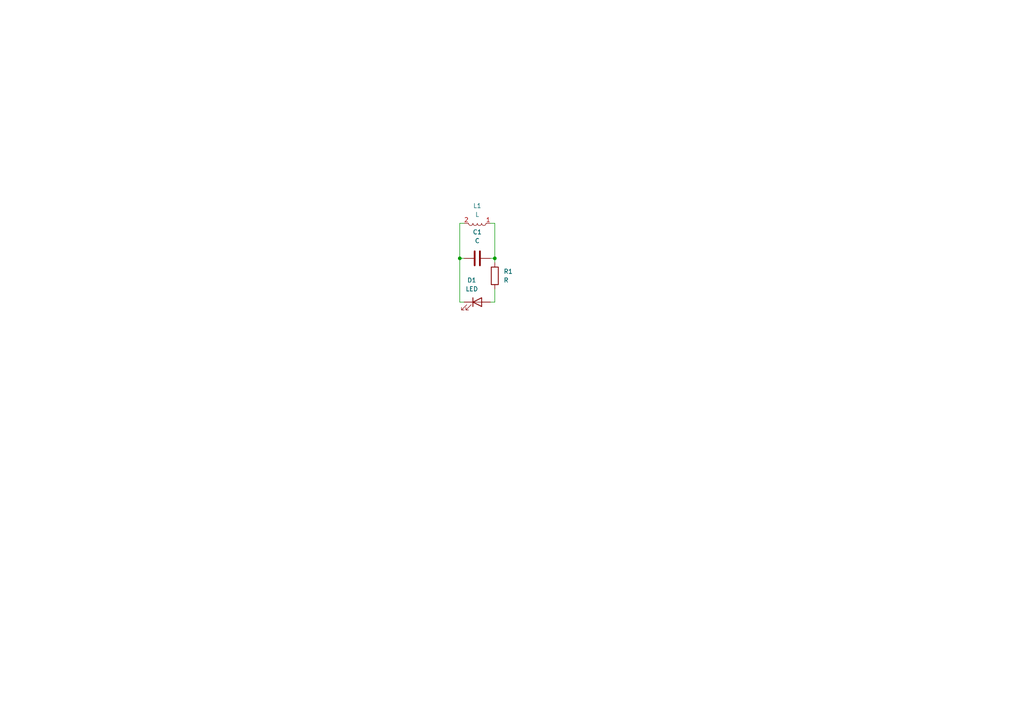
<source format=kicad_sch>
(kicad_sch
	(version 20250114)
	(generator "eeschema")
	(generator_version "9.0")
	(uuid "1b744fc7-4a28-4762-8246-d364d548ede8")
	(paper "A4")
	(lib_symbols
		(symbol "Device:C"
			(pin_numbers
				(hide yes)
			)
			(pin_names
				(offset 0.254)
			)
			(exclude_from_sim no)
			(in_bom yes)
			(on_board yes)
			(property "Reference" "C"
				(at 0.635 2.54 0)
				(effects
					(font
						(size 1.27 1.27)
					)
					(justify left)
				)
			)
			(property "Value" "C"
				(at 0.635 -2.54 0)
				(effects
					(font
						(size 1.27 1.27)
					)
					(justify left)
				)
			)
			(property "Footprint" ""
				(at 0.9652 -3.81 0)
				(effects
					(font
						(size 1.27 1.27)
					)
					(hide yes)
				)
			)
			(property "Datasheet" "~"
				(at 0 0 0)
				(effects
					(font
						(size 1.27 1.27)
					)
					(hide yes)
				)
			)
			(property "Description" "Unpolarized capacitor"
				(at 0 0 0)
				(effects
					(font
						(size 1.27 1.27)
					)
					(hide yes)
				)
			)
			(property "ki_keywords" "cap capacitor"
				(at 0 0 0)
				(effects
					(font
						(size 1.27 1.27)
					)
					(hide yes)
				)
			)
			(property "ki_fp_filters" "C_*"
				(at 0 0 0)
				(effects
					(font
						(size 1.27 1.27)
					)
					(hide yes)
				)
			)
			(symbol "C_0_1"
				(polyline
					(pts
						(xy -2.032 0.762) (xy 2.032 0.762)
					)
					(stroke
						(width 0.508)
						(type default)
					)
					(fill
						(type none)
					)
				)
				(polyline
					(pts
						(xy -2.032 -0.762) (xy 2.032 -0.762)
					)
					(stroke
						(width 0.508)
						(type default)
					)
					(fill
						(type none)
					)
				)
			)
			(symbol "C_1_1"
				(pin passive line
					(at 0 3.81 270)
					(length 2.794)
					(name "~"
						(effects
							(font
								(size 1.27 1.27)
							)
						)
					)
					(number "1"
						(effects
							(font
								(size 1.27 1.27)
							)
						)
					)
				)
				(pin passive line
					(at 0 -3.81 90)
					(length 2.794)
					(name "~"
						(effects
							(font
								(size 1.27 1.27)
							)
						)
					)
					(number "2"
						(effects
							(font
								(size 1.27 1.27)
							)
						)
					)
				)
			)
			(embedded_fonts no)
		)
		(symbol "Device:R"
			(pin_numbers
				(hide yes)
			)
			(pin_names
				(offset 0)
			)
			(exclude_from_sim no)
			(in_bom yes)
			(on_board yes)
			(property "Reference" "R"
				(at 2.032 0 90)
				(effects
					(font
						(size 1.27 1.27)
					)
				)
			)
			(property "Value" "R"
				(at 0 0 90)
				(effects
					(font
						(size 1.27 1.27)
					)
				)
			)
			(property "Footprint" ""
				(at -1.778 0 90)
				(effects
					(font
						(size 1.27 1.27)
					)
					(hide yes)
				)
			)
			(property "Datasheet" "~"
				(at 0 0 0)
				(effects
					(font
						(size 1.27 1.27)
					)
					(hide yes)
				)
			)
			(property "Description" "Resistor"
				(at 0 0 0)
				(effects
					(font
						(size 1.27 1.27)
					)
					(hide yes)
				)
			)
			(property "ki_keywords" "R res resistor"
				(at 0 0 0)
				(effects
					(font
						(size 1.27 1.27)
					)
					(hide yes)
				)
			)
			(property "ki_fp_filters" "R_*"
				(at 0 0 0)
				(effects
					(font
						(size 1.27 1.27)
					)
					(hide yes)
				)
			)
			(symbol "R_0_1"
				(rectangle
					(start -1.016 -2.54)
					(end 1.016 2.54)
					(stroke
						(width 0.254)
						(type default)
					)
					(fill
						(type none)
					)
				)
			)
			(symbol "R_1_1"
				(pin passive line
					(at 0 3.81 270)
					(length 1.27)
					(name "~"
						(effects
							(font
								(size 1.27 1.27)
							)
						)
					)
					(number "1"
						(effects
							(font
								(size 1.27 1.27)
							)
						)
					)
				)
				(pin passive line
					(at 0 -3.81 90)
					(length 1.27)
					(name "~"
						(effects
							(font
								(size 1.27 1.27)
							)
						)
					)
					(number "2"
						(effects
							(font
								(size 1.27 1.27)
							)
						)
					)
				)
			)
			(embedded_fonts no)
		)
		(symbol "coil:L"
			(pin_names
				(offset 1.016)
				(hide yes)
			)
			(exclude_from_sim no)
			(in_bom yes)
			(on_board yes)
			(property "Reference" "L"
				(at 4.064 2.032 0)
				(effects
					(font
						(size 1.27 1.27)
					)
				)
			)
			(property "Value" "L"
				(at -3.556 2.032 0)
				(effects
					(font
						(size 1.27 1.27)
					)
				)
			)
			(property "Footprint" "PCB_BusinessCard_lib:NFC_COIL_36.7x36.7_3uH"
				(at 1.524 -7.874 0)
				(effects
					(font
						(size 1.27 1.27)
					)
					(hide yes)
				)
			)
			(property "Datasheet" "~"
				(at 0 0 90)
				(effects
					(font
						(size 1.27 1.27)
					)
					(hide yes)
				)
			)
			(property "Description" "NFC_COIL_36.7x36.7_3uH"
				(at 0.254 -3.302 0)
				(do_not_autoplace)
				(effects
					(font
						(size 1.27 1.27)
					)
					(hide yes)
				)
			)
			(property "ki_keywords" "inductor choke coil reactor magnetic"
				(at 0 0 0)
				(effects
					(font
						(size 1.27 1.27)
					)
					(hide yes)
				)
			)
			(property "ki_fp_filters" "Choke_* *Coil* Inductor_* L_*"
				(at 0 0 0)
				(effects
					(font
						(size 1.27 1.27)
					)
					(hide yes)
				)
			)
			(symbol "L_0_1"
				(arc
					(start -1.27 0)
					(mid -1.905 -0.6323)
					(end -2.54 0)
					(stroke
						(width 0)
						(type default)
					)
					(fill
						(type none)
					)
				)
				(arc
					(start 0 0)
					(mid -0.635 -0.6323)
					(end -1.27 0)
					(stroke
						(width 0)
						(type default)
					)
					(fill
						(type none)
					)
				)
				(arc
					(start 1.27 0)
					(mid 0.635 -0.6323)
					(end 0 0)
					(stroke
						(width 0)
						(type default)
					)
					(fill
						(type none)
					)
				)
				(arc
					(start 2.54 0)
					(mid 1.905 -0.6323)
					(end 1.27 0)
					(stroke
						(width 0)
						(type default)
					)
					(fill
						(type none)
					)
				)
			)
			(symbol "L_1_1"
				(pin passive line
					(at -3.81 0 0)
					(length 1.27)
					(name "2"
						(effects
							(font
								(size 1.27 1.27)
							)
						)
					)
					(number "2"
						(effects
							(font
								(size 1.27 1.27)
							)
						)
					)
				)
				(pin passive line
					(at 3.81 0 180)
					(length 1.27)
					(name "1"
						(effects
							(font
								(size 1.27 1.27)
							)
						)
					)
					(number "1"
						(effects
							(font
								(size 1.27 1.27)
							)
						)
					)
				)
			)
			(embedded_fonts no)
		)
		(symbol "led:LED"
			(pin_numbers
				(hide yes)
			)
			(pin_names
				(offset 1.016)
				(hide yes)
			)
			(exclude_from_sim no)
			(in_bom yes)
			(on_board yes)
			(property "Reference" "D"
				(at 0 2.54 0)
				(effects
					(font
						(size 1.27 1.27)
					)
				)
			)
			(property "Value" "LED"
				(at 0 -2.54 0)
				(effects
					(font
						(size 1.27 1.27)
					)
				)
			)
			(property "Footprint" ""
				(at 0 0 0)
				(effects
					(font
						(size 1.27 1.27)
					)
					(hide yes)
				)
			)
			(property "Datasheet" "~"
				(at 0 0 0)
				(effects
					(font
						(size 1.27 1.27)
					)
					(hide yes)
				)
			)
			(property "Description" "Light emitting diode"
				(at 0 0 0)
				(effects
					(font
						(size 1.27 1.27)
					)
					(hide yes)
				)
			)
			(property "ki_keywords" "LED diode"
				(at 0 0 0)
				(effects
					(font
						(size 1.27 1.27)
					)
					(hide yes)
				)
			)
			(property "ki_fp_filters" "LED* LED_SMD:* LED_THT:*"
				(at 0 0 0)
				(effects
					(font
						(size 1.27 1.27)
					)
					(hide yes)
				)
			)
			(symbol "LED_0_1"
				(polyline
					(pts
						(xy -3.048 -0.762) (xy -4.572 -2.286) (xy -3.81 -2.286) (xy -4.572 -2.286) (xy -4.572 -1.524)
					)
					(stroke
						(width 0)
						(type default)
					)
					(fill
						(type none)
					)
				)
				(polyline
					(pts
						(xy -1.778 -0.762) (xy -3.302 -2.286) (xy -2.54 -2.286) (xy -3.302 -2.286) (xy -3.302 -1.524)
					)
					(stroke
						(width 0)
						(type default)
					)
					(fill
						(type none)
					)
				)
				(polyline
					(pts
						(xy -1.27 0) (xy 1.27 0)
					)
					(stroke
						(width 0)
						(type default)
					)
					(fill
						(type none)
					)
				)
				(polyline
					(pts
						(xy -1.27 -1.27) (xy -1.27 1.27)
					)
					(stroke
						(width 0.254)
						(type default)
					)
					(fill
						(type none)
					)
				)
				(polyline
					(pts
						(xy 1.27 -1.27) (xy 1.27 1.27) (xy -1.27 0) (xy 1.27 -1.27)
					)
					(stroke
						(width 0.254)
						(type default)
					)
					(fill
						(type none)
					)
				)
			)
			(symbol "LED_1_1"
				(pin passive line
					(at -3.81 0 0)
					(length 2.54)
					(name "K"
						(effects
							(font
								(size 1.27 1.27)
							)
						)
					)
					(number "1"
						(effects
							(font
								(size 1.27 1.27)
							)
						)
					)
				)
				(pin passive line
					(at 3.81 0 180)
					(length 2.54)
					(name "A"
						(effects
							(font
								(size 1.27 1.27)
							)
						)
					)
					(number "2"
						(effects
							(font
								(size 1.27 1.27)
							)
						)
					)
				)
			)
			(embedded_fonts no)
		)
	)
	(junction
		(at 133.35 74.93)
		(diameter 0)
		(color 0 0 0 0)
		(uuid "226732fa-629c-4bbb-bbb8-08799b35ea25")
	)
	(junction
		(at 143.51 74.93)
		(diameter 0)
		(color 0 0 0 0)
		(uuid "8dd1425f-ca3e-4a21-8050-22bde843c83b")
	)
	(wire
		(pts
			(xy 134.62 64.77) (xy 133.35 64.77)
		)
		(stroke
			(width 0)
			(type default)
		)
		(uuid "25d7194a-f953-407c-83d0-288a51732912")
	)
	(wire
		(pts
			(xy 143.51 64.77) (xy 143.51 74.93)
		)
		(stroke
			(width 0)
			(type default)
		)
		(uuid "2e311f4c-bbc7-41f5-ba48-a167cd90c6a6")
	)
	(wire
		(pts
			(xy 143.51 87.63) (xy 143.51 83.82)
		)
		(stroke
			(width 0)
			(type default)
		)
		(uuid "3a13f11a-7bfd-4aae-923b-0229b6c94a92")
	)
	(wire
		(pts
			(xy 134.62 87.63) (xy 133.35 87.63)
		)
		(stroke
			(width 0)
			(type default)
		)
		(uuid "3b7dbbf3-0d11-4431-8f41-bd2fe9ae29ee")
	)
	(wire
		(pts
			(xy 133.35 64.77) (xy 133.35 74.93)
		)
		(stroke
			(width 0)
			(type default)
		)
		(uuid "4aae4eaa-70f2-4e2c-860a-1dc79b6b27a0")
	)
	(wire
		(pts
			(xy 143.51 76.2) (xy 143.51 74.93)
		)
		(stroke
			(width 0)
			(type default)
		)
		(uuid "9163125f-6ee0-48f3-9f70-df131be6bdac")
	)
	(wire
		(pts
			(xy 133.35 87.63) (xy 133.35 74.93)
		)
		(stroke
			(width 0)
			(type default)
		)
		(uuid "9f440060-e88b-4718-a03a-5aab2d57bbf4")
	)
	(wire
		(pts
			(xy 133.35 74.93) (xy 134.62 74.93)
		)
		(stroke
			(width 0)
			(type default)
		)
		(uuid "a2eedad3-c24a-45e3-977d-023d59db4383")
	)
	(wire
		(pts
			(xy 142.24 64.77) (xy 143.51 64.77)
		)
		(stroke
			(width 0)
			(type default)
		)
		(uuid "a38d8467-61c4-44f8-8450-4ed869f020a5")
	)
	(wire
		(pts
			(xy 142.24 87.63) (xy 143.51 87.63)
		)
		(stroke
			(width 0)
			(type default)
		)
		(uuid "a3f350cc-251d-46ad-ab1b-d383782ebb4e")
	)
	(wire
		(pts
			(xy 142.24 74.93) (xy 143.51 74.93)
		)
		(stroke
			(width 0)
			(type default)
		)
		(uuid "c88e0314-92e0-438f-8c6d-9ac36af44931")
	)
	(symbol
		(lib_id "led:LED")
		(at 138.43 87.63 0)
		(unit 1)
		(exclude_from_sim no)
		(in_bom yes)
		(on_board yes)
		(dnp no)
		(fields_autoplaced yes)
		(uuid "1643e5c5-fae1-495d-8505-7066971e83a5")
		(property "Reference" "D1"
			(at 136.8425 81.28 0)
			(effects
				(font
					(size 1.27 1.27)
				)
			)
		)
		(property "Value" "LED"
			(at 136.8425 83.82 0)
			(effects
				(font
					(size 1.27 1.27)
				)
			)
		)
		(property "Footprint" "LED_SMD:LED_0603_1608Metric_Pad1.05x0.95mm_HandSolder"
			(at 138.43 87.63 0)
			(effects
				(font
					(size 1.27 1.27)
				)
				(hide yes)
			)
		)
		(property "Datasheet" "~"
			(at 138.43 87.63 0)
			(effects
				(font
					(size 1.27 1.27)
				)
				(hide yes)
			)
		)
		(property "Description" "Light emitting diode"
			(at 138.43 87.63 0)
			(effects
				(font
					(size 1.27 1.27)
				)
				(hide yes)
			)
		)
		(pin "1"
			(uuid "d07a78d5-1a11-4154-89cf-bc9fc2cc3a87")
		)
		(pin "2"
			(uuid "0005af9a-e8f6-4e2b-b5e4-f732e5bbdabc")
		)
		(instances
			(project ""
				(path "/1b744fc7-4a28-4762-8246-d364d548ede8"
					(reference "D1")
					(unit 1)
				)
			)
		)
	)
	(symbol
		(lib_id "coil:L")
		(at 138.43 64.77 0)
		(unit 1)
		(exclude_from_sim no)
		(in_bom yes)
		(on_board yes)
		(dnp no)
		(fields_autoplaced yes)
		(uuid "4636d9cd-557b-485f-a730-41ef8ce4eff9")
		(property "Reference" "L1"
			(at 138.43 59.69 0)
			(effects
				(font
					(size 1.27 1.27)
				)
			)
		)
		(property "Value" "L"
			(at 138.43 62.23 0)
			(effects
				(font
					(size 1.27 1.27)
				)
			)
		)
		(property "Footprint" "lib:NFC_COIL_36.7x36.7_3uH"
			(at 139.954 72.644 0)
			(effects
				(font
					(size 1.27 1.27)
				)
				(hide yes)
			)
		)
		(property "Datasheet" "~"
			(at 138.43 64.77 90)
			(effects
				(font
					(size 1.27 1.27)
				)
				(hide yes)
			)
		)
		(property "Description" "NFC_COIL_36.7x36.7_3uH"
			(at 138.684 68.072 0)
			(do_not_autoplace yes)
			(effects
				(font
					(size 1.27 1.27)
				)
				(hide yes)
			)
		)
		(pin "2"
			(uuid "f81c9b89-866a-48f5-a379-d8c4e915deee")
		)
		(pin "1"
			(uuid "21ab9379-fe4d-4d73-aa2c-9a95dbd21fe1")
		)
		(instances
			(project ""
				(path "/1b744fc7-4a28-4762-8246-d364d548ede8"
					(reference "L1")
					(unit 1)
				)
			)
		)
	)
	(symbol
		(lib_id "Device:R")
		(at 143.51 80.01 0)
		(unit 1)
		(exclude_from_sim no)
		(in_bom yes)
		(on_board yes)
		(dnp no)
		(fields_autoplaced yes)
		(uuid "7b2a654b-1bab-416f-b880-0596c7161eb4")
		(property "Reference" "R1"
			(at 146.05 78.7399 0)
			(effects
				(font
					(size 1.27 1.27)
				)
				(justify left)
			)
		)
		(property "Value" "R"
			(at 146.05 81.2799 0)
			(effects
				(font
					(size 1.27 1.27)
				)
				(justify left)
			)
		)
		(property "Footprint" "Resistor_SMD:R_0603_1608Metric_Pad0.98x0.95mm_HandSolder"
			(at 141.732 80.01 90)
			(effects
				(font
					(size 1.27 1.27)
				)
				(hide yes)
			)
		)
		(property "Datasheet" "~"
			(at 143.51 80.01 0)
			(effects
				(font
					(size 1.27 1.27)
				)
				(hide yes)
			)
		)
		(property "Description" "Resistor"
			(at 143.51 80.01 0)
			(effects
				(font
					(size 1.27 1.27)
				)
				(hide yes)
			)
		)
		(pin "1"
			(uuid "990cb54e-175d-42e3-9398-a72c7ab7b452")
		)
		(pin "2"
			(uuid "2c42fbe1-b09b-4808-8acd-6708cf342a46")
		)
		(instances
			(project ""
				(path "/1b744fc7-4a28-4762-8246-d364d548ede8"
					(reference "R1")
					(unit 1)
				)
			)
		)
	)
	(symbol
		(lib_id "Device:C")
		(at 138.43 74.93 90)
		(unit 1)
		(exclude_from_sim no)
		(in_bom yes)
		(on_board yes)
		(dnp no)
		(fields_autoplaced yes)
		(uuid "9c4e87f6-d43c-42df-9ef5-0296ded940bd")
		(property "Reference" "C1"
			(at 138.43 67.31 90)
			(effects
				(font
					(size 1.27 1.27)
				)
			)
		)
		(property "Value" "C"
			(at 138.43 69.85 90)
			(effects
				(font
					(size 1.27 1.27)
				)
			)
		)
		(property "Footprint" "Capacitor_SMD:C_0603_1608Metric_Pad1.08x0.95mm_HandSolder"
			(at 142.24 73.9648 0)
			(effects
				(font
					(size 1.27 1.27)
				)
				(hide yes)
			)
		)
		(property "Datasheet" "~"
			(at 138.43 74.93 0)
			(effects
				(font
					(size 1.27 1.27)
				)
				(hide yes)
			)
		)
		(property "Description" "Unpolarized capacitor"
			(at 138.43 74.93 0)
			(effects
				(font
					(size 1.27 1.27)
				)
				(hide yes)
			)
		)
		(pin "2"
			(uuid "57e7da08-0d3a-4775-abd8-32dd4d277573")
		)
		(pin "1"
			(uuid "bd71064c-7afb-46c0-a7c6-36efe9b0473b")
		)
		(instances
			(project ""
				(path "/1b744fc7-4a28-4762-8246-d364d548ede8"
					(reference "C1")
					(unit 1)
				)
			)
		)
	)
	(sheet_instances
		(path "/"
			(page "1")
		)
	)
	(embedded_fonts no)
)

</source>
